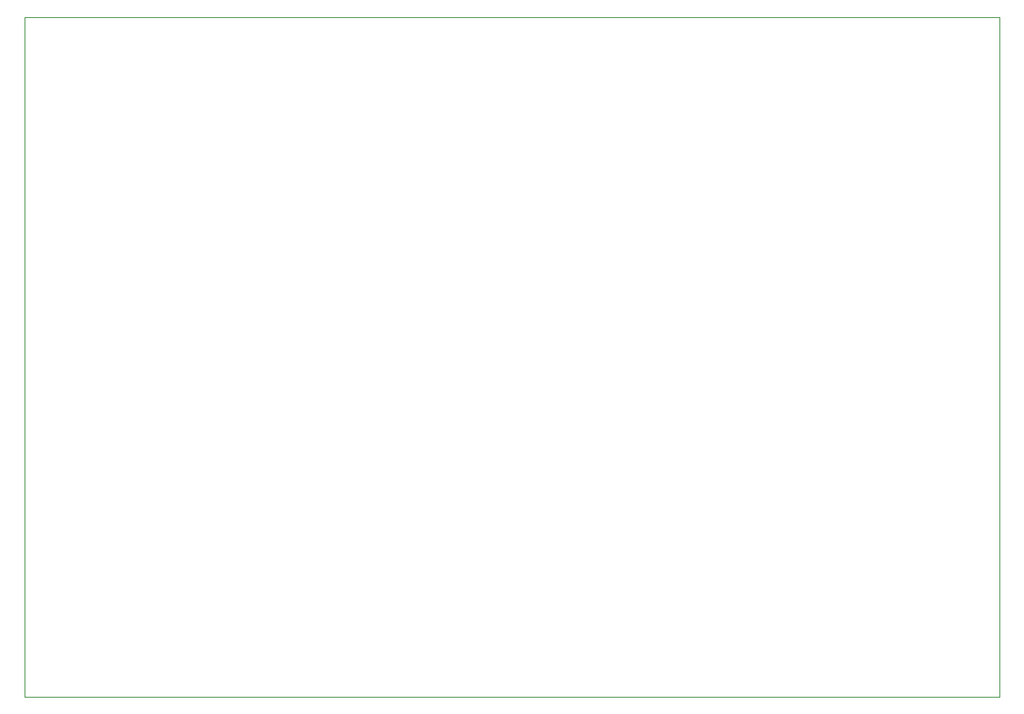
<source format=gbr>
G04 Layer_Color=0*
%FSLAX26Y26*%
%MOIN*%
%TF.FileFunction,Profile,NP*%
%TF.Part,Single*%
G01*
G75*
%TA.AperFunction,Profile*%
%ADD355C,0.001000*%
D355*
X-3968512Y-1968D02*
X1968D01*
Y2767716D01*
X-3968512D01*
Y-1968D01*
%TF.MD5,2b2b2eba475412d184cab8db93a67a16*%
M02*

</source>
